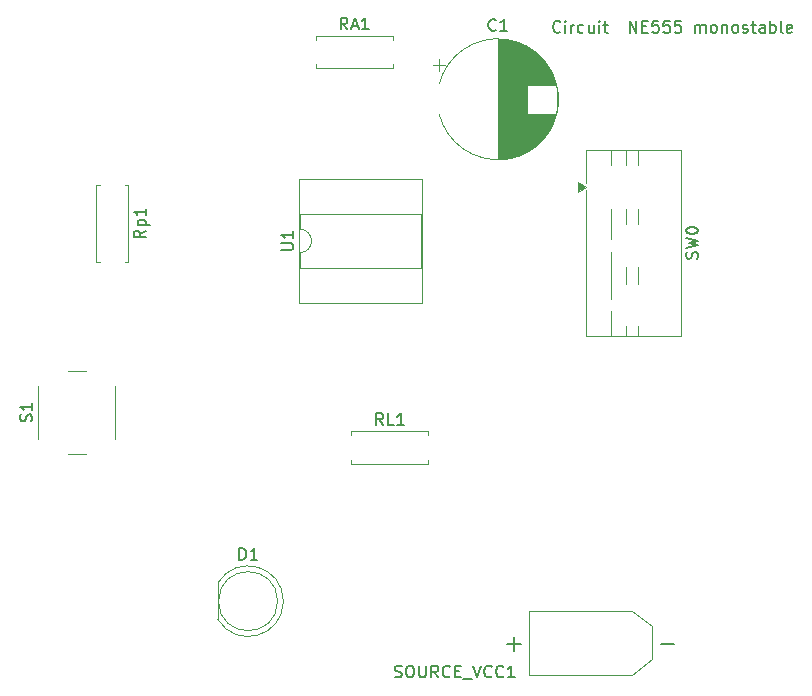
<source format=gbr>
%TF.GenerationSoftware,KiCad,Pcbnew,9.0.5*%
%TF.CreationDate,2025-10-25T15:36:59+02:00*%
%TF.ProjectId,Timmer-555-monostable,54696d6d-6572-42d3-9535-352d6d6f6e6f,rev?*%
%TF.SameCoordinates,Original*%
%TF.FileFunction,Legend,Top*%
%TF.FilePolarity,Positive*%
%FSLAX46Y46*%
G04 Gerber Fmt 4.6, Leading zero omitted, Abs format (unit mm)*
G04 Created by KiCad (PCBNEW 9.0.5) date 2025-10-25 15:36:59*
%MOMM*%
%LPD*%
G01*
G04 APERTURE LIST*
%ADD10C,0.200000*%
%ADD11C,0.150000*%
%ADD12C,0.120000*%
G04 APERTURE END LIST*
D10*
X140441101Y-25271980D02*
X140393482Y-25319600D01*
X140393482Y-25319600D02*
X140250625Y-25367219D01*
X140250625Y-25367219D02*
X140155387Y-25367219D01*
X140155387Y-25367219D02*
X140012530Y-25319600D01*
X140012530Y-25319600D02*
X139917292Y-25224361D01*
X139917292Y-25224361D02*
X139869673Y-25129123D01*
X139869673Y-25129123D02*
X139822054Y-24938647D01*
X139822054Y-24938647D02*
X139822054Y-24795790D01*
X139822054Y-24795790D02*
X139869673Y-24605314D01*
X139869673Y-24605314D02*
X139917292Y-24510076D01*
X139917292Y-24510076D02*
X140012530Y-24414838D01*
X140012530Y-24414838D02*
X140155387Y-24367219D01*
X140155387Y-24367219D02*
X140250625Y-24367219D01*
X140250625Y-24367219D02*
X140393482Y-24414838D01*
X140393482Y-24414838D02*
X140441101Y-24462457D01*
X140869673Y-25367219D02*
X140869673Y-24700552D01*
X140869673Y-24367219D02*
X140822054Y-24414838D01*
X140822054Y-24414838D02*
X140869673Y-24462457D01*
X140869673Y-24462457D02*
X140917292Y-24414838D01*
X140917292Y-24414838D02*
X140869673Y-24367219D01*
X140869673Y-24367219D02*
X140869673Y-24462457D01*
X141345863Y-25367219D02*
X141345863Y-24700552D01*
X141345863Y-24891028D02*
X141393482Y-24795790D01*
X141393482Y-24795790D02*
X141441101Y-24748171D01*
X141441101Y-24748171D02*
X141536339Y-24700552D01*
X141536339Y-24700552D02*
X141631577Y-24700552D01*
X142393482Y-25319600D02*
X142298244Y-25367219D01*
X142298244Y-25367219D02*
X142107768Y-25367219D01*
X142107768Y-25367219D02*
X142012530Y-25319600D01*
X142012530Y-25319600D02*
X141964911Y-25271980D01*
X141964911Y-25271980D02*
X141917292Y-25176742D01*
X141917292Y-25176742D02*
X141917292Y-24891028D01*
X141917292Y-24891028D02*
X141964911Y-24795790D01*
X141964911Y-24795790D02*
X142012530Y-24748171D01*
X142012530Y-24748171D02*
X142107768Y-24700552D01*
X142107768Y-24700552D02*
X142298244Y-24700552D01*
X142298244Y-24700552D02*
X142393482Y-24748171D01*
X143250625Y-24700552D02*
X143250625Y-25367219D01*
X142822054Y-24700552D02*
X142822054Y-25224361D01*
X142822054Y-25224361D02*
X142869673Y-25319600D01*
X142869673Y-25319600D02*
X142964911Y-25367219D01*
X142964911Y-25367219D02*
X143107768Y-25367219D01*
X143107768Y-25367219D02*
X143203006Y-25319600D01*
X143203006Y-25319600D02*
X143250625Y-25271980D01*
X143726816Y-25367219D02*
X143726816Y-24700552D01*
X143726816Y-24367219D02*
X143679197Y-24414838D01*
X143679197Y-24414838D02*
X143726816Y-24462457D01*
X143726816Y-24462457D02*
X143774435Y-24414838D01*
X143774435Y-24414838D02*
X143726816Y-24367219D01*
X143726816Y-24367219D02*
X143726816Y-24462457D01*
X144060149Y-24700552D02*
X144441101Y-24700552D01*
X144203006Y-24367219D02*
X144203006Y-25224361D01*
X144203006Y-25224361D02*
X144250625Y-25319600D01*
X144250625Y-25319600D02*
X144345863Y-25367219D01*
X144345863Y-25367219D02*
X144441101Y-25367219D01*
X146298245Y-25367219D02*
X146298245Y-24367219D01*
X146298245Y-24367219D02*
X146869673Y-25367219D01*
X146869673Y-25367219D02*
X146869673Y-24367219D01*
X147345864Y-24843409D02*
X147679197Y-24843409D01*
X147822054Y-25367219D02*
X147345864Y-25367219D01*
X147345864Y-25367219D02*
X147345864Y-24367219D01*
X147345864Y-24367219D02*
X147822054Y-24367219D01*
X148726816Y-24367219D02*
X148250626Y-24367219D01*
X148250626Y-24367219D02*
X148203007Y-24843409D01*
X148203007Y-24843409D02*
X148250626Y-24795790D01*
X148250626Y-24795790D02*
X148345864Y-24748171D01*
X148345864Y-24748171D02*
X148583959Y-24748171D01*
X148583959Y-24748171D02*
X148679197Y-24795790D01*
X148679197Y-24795790D02*
X148726816Y-24843409D01*
X148726816Y-24843409D02*
X148774435Y-24938647D01*
X148774435Y-24938647D02*
X148774435Y-25176742D01*
X148774435Y-25176742D02*
X148726816Y-25271980D01*
X148726816Y-25271980D02*
X148679197Y-25319600D01*
X148679197Y-25319600D02*
X148583959Y-25367219D01*
X148583959Y-25367219D02*
X148345864Y-25367219D01*
X148345864Y-25367219D02*
X148250626Y-25319600D01*
X148250626Y-25319600D02*
X148203007Y-25271980D01*
X149679197Y-24367219D02*
X149203007Y-24367219D01*
X149203007Y-24367219D02*
X149155388Y-24843409D01*
X149155388Y-24843409D02*
X149203007Y-24795790D01*
X149203007Y-24795790D02*
X149298245Y-24748171D01*
X149298245Y-24748171D02*
X149536340Y-24748171D01*
X149536340Y-24748171D02*
X149631578Y-24795790D01*
X149631578Y-24795790D02*
X149679197Y-24843409D01*
X149679197Y-24843409D02*
X149726816Y-24938647D01*
X149726816Y-24938647D02*
X149726816Y-25176742D01*
X149726816Y-25176742D02*
X149679197Y-25271980D01*
X149679197Y-25271980D02*
X149631578Y-25319600D01*
X149631578Y-25319600D02*
X149536340Y-25367219D01*
X149536340Y-25367219D02*
X149298245Y-25367219D01*
X149298245Y-25367219D02*
X149203007Y-25319600D01*
X149203007Y-25319600D02*
X149155388Y-25271980D01*
X150631578Y-24367219D02*
X150155388Y-24367219D01*
X150155388Y-24367219D02*
X150107769Y-24843409D01*
X150107769Y-24843409D02*
X150155388Y-24795790D01*
X150155388Y-24795790D02*
X150250626Y-24748171D01*
X150250626Y-24748171D02*
X150488721Y-24748171D01*
X150488721Y-24748171D02*
X150583959Y-24795790D01*
X150583959Y-24795790D02*
X150631578Y-24843409D01*
X150631578Y-24843409D02*
X150679197Y-24938647D01*
X150679197Y-24938647D02*
X150679197Y-25176742D01*
X150679197Y-25176742D02*
X150631578Y-25271980D01*
X150631578Y-25271980D02*
X150583959Y-25319600D01*
X150583959Y-25319600D02*
X150488721Y-25367219D01*
X150488721Y-25367219D02*
X150250626Y-25367219D01*
X150250626Y-25367219D02*
X150155388Y-25319600D01*
X150155388Y-25319600D02*
X150107769Y-25271980D01*
X151869674Y-25367219D02*
X151869674Y-24700552D01*
X151869674Y-24795790D02*
X151917293Y-24748171D01*
X151917293Y-24748171D02*
X152012531Y-24700552D01*
X152012531Y-24700552D02*
X152155388Y-24700552D01*
X152155388Y-24700552D02*
X152250626Y-24748171D01*
X152250626Y-24748171D02*
X152298245Y-24843409D01*
X152298245Y-24843409D02*
X152298245Y-25367219D01*
X152298245Y-24843409D02*
X152345864Y-24748171D01*
X152345864Y-24748171D02*
X152441102Y-24700552D01*
X152441102Y-24700552D02*
X152583959Y-24700552D01*
X152583959Y-24700552D02*
X152679198Y-24748171D01*
X152679198Y-24748171D02*
X152726817Y-24843409D01*
X152726817Y-24843409D02*
X152726817Y-25367219D01*
X153345864Y-25367219D02*
X153250626Y-25319600D01*
X153250626Y-25319600D02*
X153203007Y-25271980D01*
X153203007Y-25271980D02*
X153155388Y-25176742D01*
X153155388Y-25176742D02*
X153155388Y-24891028D01*
X153155388Y-24891028D02*
X153203007Y-24795790D01*
X153203007Y-24795790D02*
X153250626Y-24748171D01*
X153250626Y-24748171D02*
X153345864Y-24700552D01*
X153345864Y-24700552D02*
X153488721Y-24700552D01*
X153488721Y-24700552D02*
X153583959Y-24748171D01*
X153583959Y-24748171D02*
X153631578Y-24795790D01*
X153631578Y-24795790D02*
X153679197Y-24891028D01*
X153679197Y-24891028D02*
X153679197Y-25176742D01*
X153679197Y-25176742D02*
X153631578Y-25271980D01*
X153631578Y-25271980D02*
X153583959Y-25319600D01*
X153583959Y-25319600D02*
X153488721Y-25367219D01*
X153488721Y-25367219D02*
X153345864Y-25367219D01*
X154107769Y-24700552D02*
X154107769Y-25367219D01*
X154107769Y-24795790D02*
X154155388Y-24748171D01*
X154155388Y-24748171D02*
X154250626Y-24700552D01*
X154250626Y-24700552D02*
X154393483Y-24700552D01*
X154393483Y-24700552D02*
X154488721Y-24748171D01*
X154488721Y-24748171D02*
X154536340Y-24843409D01*
X154536340Y-24843409D02*
X154536340Y-25367219D01*
X155155388Y-25367219D02*
X155060150Y-25319600D01*
X155060150Y-25319600D02*
X155012531Y-25271980D01*
X155012531Y-25271980D02*
X154964912Y-25176742D01*
X154964912Y-25176742D02*
X154964912Y-24891028D01*
X154964912Y-24891028D02*
X155012531Y-24795790D01*
X155012531Y-24795790D02*
X155060150Y-24748171D01*
X155060150Y-24748171D02*
X155155388Y-24700552D01*
X155155388Y-24700552D02*
X155298245Y-24700552D01*
X155298245Y-24700552D02*
X155393483Y-24748171D01*
X155393483Y-24748171D02*
X155441102Y-24795790D01*
X155441102Y-24795790D02*
X155488721Y-24891028D01*
X155488721Y-24891028D02*
X155488721Y-25176742D01*
X155488721Y-25176742D02*
X155441102Y-25271980D01*
X155441102Y-25271980D02*
X155393483Y-25319600D01*
X155393483Y-25319600D02*
X155298245Y-25367219D01*
X155298245Y-25367219D02*
X155155388Y-25367219D01*
X155869674Y-25319600D02*
X155964912Y-25367219D01*
X155964912Y-25367219D02*
X156155388Y-25367219D01*
X156155388Y-25367219D02*
X156250626Y-25319600D01*
X156250626Y-25319600D02*
X156298245Y-25224361D01*
X156298245Y-25224361D02*
X156298245Y-25176742D01*
X156298245Y-25176742D02*
X156250626Y-25081504D01*
X156250626Y-25081504D02*
X156155388Y-25033885D01*
X156155388Y-25033885D02*
X156012531Y-25033885D01*
X156012531Y-25033885D02*
X155917293Y-24986266D01*
X155917293Y-24986266D02*
X155869674Y-24891028D01*
X155869674Y-24891028D02*
X155869674Y-24843409D01*
X155869674Y-24843409D02*
X155917293Y-24748171D01*
X155917293Y-24748171D02*
X156012531Y-24700552D01*
X156012531Y-24700552D02*
X156155388Y-24700552D01*
X156155388Y-24700552D02*
X156250626Y-24748171D01*
X156583960Y-24700552D02*
X156964912Y-24700552D01*
X156726817Y-24367219D02*
X156726817Y-25224361D01*
X156726817Y-25224361D02*
X156774436Y-25319600D01*
X156774436Y-25319600D02*
X156869674Y-25367219D01*
X156869674Y-25367219D02*
X156964912Y-25367219D01*
X157726817Y-25367219D02*
X157726817Y-24843409D01*
X157726817Y-24843409D02*
X157679198Y-24748171D01*
X157679198Y-24748171D02*
X157583960Y-24700552D01*
X157583960Y-24700552D02*
X157393484Y-24700552D01*
X157393484Y-24700552D02*
X157298246Y-24748171D01*
X157726817Y-25319600D02*
X157631579Y-25367219D01*
X157631579Y-25367219D02*
X157393484Y-25367219D01*
X157393484Y-25367219D02*
X157298246Y-25319600D01*
X157298246Y-25319600D02*
X157250627Y-25224361D01*
X157250627Y-25224361D02*
X157250627Y-25129123D01*
X157250627Y-25129123D02*
X157298246Y-25033885D01*
X157298246Y-25033885D02*
X157393484Y-24986266D01*
X157393484Y-24986266D02*
X157631579Y-24986266D01*
X157631579Y-24986266D02*
X157726817Y-24938647D01*
X158203008Y-25367219D02*
X158203008Y-24367219D01*
X158203008Y-24748171D02*
X158298246Y-24700552D01*
X158298246Y-24700552D02*
X158488722Y-24700552D01*
X158488722Y-24700552D02*
X158583960Y-24748171D01*
X158583960Y-24748171D02*
X158631579Y-24795790D01*
X158631579Y-24795790D02*
X158679198Y-24891028D01*
X158679198Y-24891028D02*
X158679198Y-25176742D01*
X158679198Y-25176742D02*
X158631579Y-25271980D01*
X158631579Y-25271980D02*
X158583960Y-25319600D01*
X158583960Y-25319600D02*
X158488722Y-25367219D01*
X158488722Y-25367219D02*
X158298246Y-25367219D01*
X158298246Y-25367219D02*
X158203008Y-25319600D01*
X159250627Y-25367219D02*
X159155389Y-25319600D01*
X159155389Y-25319600D02*
X159107770Y-25224361D01*
X159107770Y-25224361D02*
X159107770Y-24367219D01*
X160012532Y-25319600D02*
X159917294Y-25367219D01*
X159917294Y-25367219D02*
X159726818Y-25367219D01*
X159726818Y-25367219D02*
X159631580Y-25319600D01*
X159631580Y-25319600D02*
X159583961Y-25224361D01*
X159583961Y-25224361D02*
X159583961Y-24843409D01*
X159583961Y-24843409D02*
X159631580Y-24748171D01*
X159631580Y-24748171D02*
X159726818Y-24700552D01*
X159726818Y-24700552D02*
X159917294Y-24700552D01*
X159917294Y-24700552D02*
X160012532Y-24748171D01*
X160012532Y-24748171D02*
X160060151Y-24843409D01*
X160060151Y-24843409D02*
X160060151Y-24938647D01*
X160060151Y-24938647D02*
X159583961Y-25033885D01*
D11*
X105324819Y-42119047D02*
X104848628Y-42452380D01*
X105324819Y-42690475D02*
X104324819Y-42690475D01*
X104324819Y-42690475D02*
X104324819Y-42309523D01*
X104324819Y-42309523D02*
X104372438Y-42214285D01*
X104372438Y-42214285D02*
X104420057Y-42166666D01*
X104420057Y-42166666D02*
X104515295Y-42119047D01*
X104515295Y-42119047D02*
X104658152Y-42119047D01*
X104658152Y-42119047D02*
X104753390Y-42166666D01*
X104753390Y-42166666D02*
X104801009Y-42214285D01*
X104801009Y-42214285D02*
X104848628Y-42309523D01*
X104848628Y-42309523D02*
X104848628Y-42690475D01*
X104658152Y-41690475D02*
X105658152Y-41690475D01*
X104705771Y-41690475D02*
X104658152Y-41595237D01*
X104658152Y-41595237D02*
X104658152Y-41404761D01*
X104658152Y-41404761D02*
X104705771Y-41309523D01*
X104705771Y-41309523D02*
X104753390Y-41261904D01*
X104753390Y-41261904D02*
X104848628Y-41214285D01*
X104848628Y-41214285D02*
X105134342Y-41214285D01*
X105134342Y-41214285D02*
X105229580Y-41261904D01*
X105229580Y-41261904D02*
X105277200Y-41309523D01*
X105277200Y-41309523D02*
X105324819Y-41404761D01*
X105324819Y-41404761D02*
X105324819Y-41595237D01*
X105324819Y-41595237D02*
X105277200Y-41690475D01*
X105324819Y-40261904D02*
X105324819Y-40833332D01*
X105324819Y-40547618D02*
X104324819Y-40547618D01*
X104324819Y-40547618D02*
X104467676Y-40642856D01*
X104467676Y-40642856D02*
X104562914Y-40738094D01*
X104562914Y-40738094D02*
X104610533Y-40833332D01*
X125428571Y-58584819D02*
X125095238Y-58108628D01*
X124857143Y-58584819D02*
X124857143Y-57584819D01*
X124857143Y-57584819D02*
X125238095Y-57584819D01*
X125238095Y-57584819D02*
X125333333Y-57632438D01*
X125333333Y-57632438D02*
X125380952Y-57680057D01*
X125380952Y-57680057D02*
X125428571Y-57775295D01*
X125428571Y-57775295D02*
X125428571Y-57918152D01*
X125428571Y-57918152D02*
X125380952Y-58013390D01*
X125380952Y-58013390D02*
X125333333Y-58061009D01*
X125333333Y-58061009D02*
X125238095Y-58108628D01*
X125238095Y-58108628D02*
X124857143Y-58108628D01*
X126333333Y-58584819D02*
X125857143Y-58584819D01*
X125857143Y-58584819D02*
X125857143Y-57584819D01*
X127190476Y-58584819D02*
X126619048Y-58584819D01*
X126904762Y-58584819D02*
X126904762Y-57584819D01*
X126904762Y-57584819D02*
X126809524Y-57727676D01*
X126809524Y-57727676D02*
X126714286Y-57822914D01*
X126714286Y-57822914D02*
X126619048Y-57870533D01*
X122404761Y-25084819D02*
X122071428Y-24608628D01*
X121833333Y-25084819D02*
X121833333Y-24084819D01*
X121833333Y-24084819D02*
X122214285Y-24084819D01*
X122214285Y-24084819D02*
X122309523Y-24132438D01*
X122309523Y-24132438D02*
X122357142Y-24180057D01*
X122357142Y-24180057D02*
X122404761Y-24275295D01*
X122404761Y-24275295D02*
X122404761Y-24418152D01*
X122404761Y-24418152D02*
X122357142Y-24513390D01*
X122357142Y-24513390D02*
X122309523Y-24561009D01*
X122309523Y-24561009D02*
X122214285Y-24608628D01*
X122214285Y-24608628D02*
X121833333Y-24608628D01*
X122785714Y-24799104D02*
X123261904Y-24799104D01*
X122690476Y-25084819D02*
X123023809Y-24084819D01*
X123023809Y-24084819D02*
X123357142Y-25084819D01*
X124214285Y-25084819D02*
X123642857Y-25084819D01*
X123928571Y-25084819D02*
X123928571Y-24084819D01*
X123928571Y-24084819D02*
X123833333Y-24227676D01*
X123833333Y-24227676D02*
X123738095Y-24322914D01*
X123738095Y-24322914D02*
X123642857Y-24370533D01*
X126428571Y-79907200D02*
X126571428Y-79954819D01*
X126571428Y-79954819D02*
X126809523Y-79954819D01*
X126809523Y-79954819D02*
X126904761Y-79907200D01*
X126904761Y-79907200D02*
X126952380Y-79859580D01*
X126952380Y-79859580D02*
X126999999Y-79764342D01*
X126999999Y-79764342D02*
X126999999Y-79669104D01*
X126999999Y-79669104D02*
X126952380Y-79573866D01*
X126952380Y-79573866D02*
X126904761Y-79526247D01*
X126904761Y-79526247D02*
X126809523Y-79478628D01*
X126809523Y-79478628D02*
X126619047Y-79431009D01*
X126619047Y-79431009D02*
X126523809Y-79383390D01*
X126523809Y-79383390D02*
X126476190Y-79335771D01*
X126476190Y-79335771D02*
X126428571Y-79240533D01*
X126428571Y-79240533D02*
X126428571Y-79145295D01*
X126428571Y-79145295D02*
X126476190Y-79050057D01*
X126476190Y-79050057D02*
X126523809Y-79002438D01*
X126523809Y-79002438D02*
X126619047Y-78954819D01*
X126619047Y-78954819D02*
X126857142Y-78954819D01*
X126857142Y-78954819D02*
X126999999Y-79002438D01*
X127619047Y-78954819D02*
X127809523Y-78954819D01*
X127809523Y-78954819D02*
X127904761Y-79002438D01*
X127904761Y-79002438D02*
X127999999Y-79097676D01*
X127999999Y-79097676D02*
X128047618Y-79288152D01*
X128047618Y-79288152D02*
X128047618Y-79621485D01*
X128047618Y-79621485D02*
X127999999Y-79811961D01*
X127999999Y-79811961D02*
X127904761Y-79907200D01*
X127904761Y-79907200D02*
X127809523Y-79954819D01*
X127809523Y-79954819D02*
X127619047Y-79954819D01*
X127619047Y-79954819D02*
X127523809Y-79907200D01*
X127523809Y-79907200D02*
X127428571Y-79811961D01*
X127428571Y-79811961D02*
X127380952Y-79621485D01*
X127380952Y-79621485D02*
X127380952Y-79288152D01*
X127380952Y-79288152D02*
X127428571Y-79097676D01*
X127428571Y-79097676D02*
X127523809Y-79002438D01*
X127523809Y-79002438D02*
X127619047Y-78954819D01*
X128476190Y-78954819D02*
X128476190Y-79764342D01*
X128476190Y-79764342D02*
X128523809Y-79859580D01*
X128523809Y-79859580D02*
X128571428Y-79907200D01*
X128571428Y-79907200D02*
X128666666Y-79954819D01*
X128666666Y-79954819D02*
X128857142Y-79954819D01*
X128857142Y-79954819D02*
X128952380Y-79907200D01*
X128952380Y-79907200D02*
X128999999Y-79859580D01*
X128999999Y-79859580D02*
X129047618Y-79764342D01*
X129047618Y-79764342D02*
X129047618Y-78954819D01*
X130095237Y-79954819D02*
X129761904Y-79478628D01*
X129523809Y-79954819D02*
X129523809Y-78954819D01*
X129523809Y-78954819D02*
X129904761Y-78954819D01*
X129904761Y-78954819D02*
X129999999Y-79002438D01*
X129999999Y-79002438D02*
X130047618Y-79050057D01*
X130047618Y-79050057D02*
X130095237Y-79145295D01*
X130095237Y-79145295D02*
X130095237Y-79288152D01*
X130095237Y-79288152D02*
X130047618Y-79383390D01*
X130047618Y-79383390D02*
X129999999Y-79431009D01*
X129999999Y-79431009D02*
X129904761Y-79478628D01*
X129904761Y-79478628D02*
X129523809Y-79478628D01*
X131095237Y-79859580D02*
X131047618Y-79907200D01*
X131047618Y-79907200D02*
X130904761Y-79954819D01*
X130904761Y-79954819D02*
X130809523Y-79954819D01*
X130809523Y-79954819D02*
X130666666Y-79907200D01*
X130666666Y-79907200D02*
X130571428Y-79811961D01*
X130571428Y-79811961D02*
X130523809Y-79716723D01*
X130523809Y-79716723D02*
X130476190Y-79526247D01*
X130476190Y-79526247D02*
X130476190Y-79383390D01*
X130476190Y-79383390D02*
X130523809Y-79192914D01*
X130523809Y-79192914D02*
X130571428Y-79097676D01*
X130571428Y-79097676D02*
X130666666Y-79002438D01*
X130666666Y-79002438D02*
X130809523Y-78954819D01*
X130809523Y-78954819D02*
X130904761Y-78954819D01*
X130904761Y-78954819D02*
X131047618Y-79002438D01*
X131047618Y-79002438D02*
X131095237Y-79050057D01*
X131523809Y-79431009D02*
X131857142Y-79431009D01*
X131999999Y-79954819D02*
X131523809Y-79954819D01*
X131523809Y-79954819D02*
X131523809Y-78954819D01*
X131523809Y-78954819D02*
X131999999Y-78954819D01*
X132190476Y-80050057D02*
X132952380Y-80050057D01*
X133047619Y-78954819D02*
X133380952Y-79954819D01*
X133380952Y-79954819D02*
X133714285Y-78954819D01*
X134619047Y-79859580D02*
X134571428Y-79907200D01*
X134571428Y-79907200D02*
X134428571Y-79954819D01*
X134428571Y-79954819D02*
X134333333Y-79954819D01*
X134333333Y-79954819D02*
X134190476Y-79907200D01*
X134190476Y-79907200D02*
X134095238Y-79811961D01*
X134095238Y-79811961D02*
X134047619Y-79716723D01*
X134047619Y-79716723D02*
X134000000Y-79526247D01*
X134000000Y-79526247D02*
X134000000Y-79383390D01*
X134000000Y-79383390D02*
X134047619Y-79192914D01*
X134047619Y-79192914D02*
X134095238Y-79097676D01*
X134095238Y-79097676D02*
X134190476Y-79002438D01*
X134190476Y-79002438D02*
X134333333Y-78954819D01*
X134333333Y-78954819D02*
X134428571Y-78954819D01*
X134428571Y-78954819D02*
X134571428Y-79002438D01*
X134571428Y-79002438D02*
X134619047Y-79050057D01*
X135619047Y-79859580D02*
X135571428Y-79907200D01*
X135571428Y-79907200D02*
X135428571Y-79954819D01*
X135428571Y-79954819D02*
X135333333Y-79954819D01*
X135333333Y-79954819D02*
X135190476Y-79907200D01*
X135190476Y-79907200D02*
X135095238Y-79811961D01*
X135095238Y-79811961D02*
X135047619Y-79716723D01*
X135047619Y-79716723D02*
X135000000Y-79526247D01*
X135000000Y-79526247D02*
X135000000Y-79383390D01*
X135000000Y-79383390D02*
X135047619Y-79192914D01*
X135047619Y-79192914D02*
X135095238Y-79097676D01*
X135095238Y-79097676D02*
X135190476Y-79002438D01*
X135190476Y-79002438D02*
X135333333Y-78954819D01*
X135333333Y-78954819D02*
X135428571Y-78954819D01*
X135428571Y-78954819D02*
X135571428Y-79002438D01*
X135571428Y-79002438D02*
X135619047Y-79050057D01*
X136571428Y-79954819D02*
X136000000Y-79954819D01*
X136285714Y-79954819D02*
X136285714Y-78954819D01*
X136285714Y-78954819D02*
X136190476Y-79097676D01*
X136190476Y-79097676D02*
X136095238Y-79192914D01*
X136095238Y-79192914D02*
X136000000Y-79240533D01*
X148928571Y-77114700D02*
X150071429Y-77114700D01*
X135928571Y-77114700D02*
X137071429Y-77114700D01*
X136500000Y-77686128D02*
X136500000Y-76543271D01*
X134965656Y-25109580D02*
X134918037Y-25157200D01*
X134918037Y-25157200D02*
X134775180Y-25204819D01*
X134775180Y-25204819D02*
X134679942Y-25204819D01*
X134679942Y-25204819D02*
X134537085Y-25157200D01*
X134537085Y-25157200D02*
X134441847Y-25061961D01*
X134441847Y-25061961D02*
X134394228Y-24966723D01*
X134394228Y-24966723D02*
X134346609Y-24776247D01*
X134346609Y-24776247D02*
X134346609Y-24633390D01*
X134346609Y-24633390D02*
X134394228Y-24442914D01*
X134394228Y-24442914D02*
X134441847Y-24347676D01*
X134441847Y-24347676D02*
X134537085Y-24252438D01*
X134537085Y-24252438D02*
X134679942Y-24204819D01*
X134679942Y-24204819D02*
X134775180Y-24204819D01*
X134775180Y-24204819D02*
X134918037Y-24252438D01*
X134918037Y-24252438D02*
X134965656Y-24300057D01*
X135918037Y-25204819D02*
X135346609Y-25204819D01*
X135632323Y-25204819D02*
X135632323Y-24204819D01*
X135632323Y-24204819D02*
X135537085Y-24347676D01*
X135537085Y-24347676D02*
X135441847Y-24442914D01*
X135441847Y-24442914D02*
X135346609Y-24490533D01*
X152027200Y-44503332D02*
X152074819Y-44360475D01*
X152074819Y-44360475D02*
X152074819Y-44122380D01*
X152074819Y-44122380D02*
X152027200Y-44027142D01*
X152027200Y-44027142D02*
X151979580Y-43979523D01*
X151979580Y-43979523D02*
X151884342Y-43931904D01*
X151884342Y-43931904D02*
X151789104Y-43931904D01*
X151789104Y-43931904D02*
X151693866Y-43979523D01*
X151693866Y-43979523D02*
X151646247Y-44027142D01*
X151646247Y-44027142D02*
X151598628Y-44122380D01*
X151598628Y-44122380D02*
X151551009Y-44312856D01*
X151551009Y-44312856D02*
X151503390Y-44408094D01*
X151503390Y-44408094D02*
X151455771Y-44455713D01*
X151455771Y-44455713D02*
X151360533Y-44503332D01*
X151360533Y-44503332D02*
X151265295Y-44503332D01*
X151265295Y-44503332D02*
X151170057Y-44455713D01*
X151170057Y-44455713D02*
X151122438Y-44408094D01*
X151122438Y-44408094D02*
X151074819Y-44312856D01*
X151074819Y-44312856D02*
X151074819Y-44074761D01*
X151074819Y-44074761D02*
X151122438Y-43931904D01*
X151074819Y-43598570D02*
X152074819Y-43360475D01*
X152074819Y-43360475D02*
X151360533Y-43169999D01*
X151360533Y-43169999D02*
X152074819Y-42979523D01*
X152074819Y-42979523D02*
X151074819Y-42741428D01*
X151074819Y-42169999D02*
X151074819Y-42074761D01*
X151074819Y-42074761D02*
X151122438Y-41979523D01*
X151122438Y-41979523D02*
X151170057Y-41931904D01*
X151170057Y-41931904D02*
X151265295Y-41884285D01*
X151265295Y-41884285D02*
X151455771Y-41836666D01*
X151455771Y-41836666D02*
X151693866Y-41836666D01*
X151693866Y-41836666D02*
X151884342Y-41884285D01*
X151884342Y-41884285D02*
X151979580Y-41931904D01*
X151979580Y-41931904D02*
X152027200Y-41979523D01*
X152027200Y-41979523D02*
X152074819Y-42074761D01*
X152074819Y-42074761D02*
X152074819Y-42169999D01*
X152074819Y-42169999D02*
X152027200Y-42265237D01*
X152027200Y-42265237D02*
X151979580Y-42312856D01*
X151979580Y-42312856D02*
X151884342Y-42360475D01*
X151884342Y-42360475D02*
X151693866Y-42408094D01*
X151693866Y-42408094D02*
X151455771Y-42408094D01*
X151455771Y-42408094D02*
X151265295Y-42360475D01*
X151265295Y-42360475D02*
X151170057Y-42312856D01*
X151170057Y-42312856D02*
X151122438Y-42265237D01*
X151122438Y-42265237D02*
X151074819Y-42169999D01*
X113256905Y-69994819D02*
X113256905Y-68994819D01*
X113256905Y-68994819D02*
X113495000Y-68994819D01*
X113495000Y-68994819D02*
X113637857Y-69042438D01*
X113637857Y-69042438D02*
X113733095Y-69137676D01*
X113733095Y-69137676D02*
X113780714Y-69232914D01*
X113780714Y-69232914D02*
X113828333Y-69423390D01*
X113828333Y-69423390D02*
X113828333Y-69566247D01*
X113828333Y-69566247D02*
X113780714Y-69756723D01*
X113780714Y-69756723D02*
X113733095Y-69851961D01*
X113733095Y-69851961D02*
X113637857Y-69947200D01*
X113637857Y-69947200D02*
X113495000Y-69994819D01*
X113495000Y-69994819D02*
X113256905Y-69994819D01*
X114780714Y-69994819D02*
X114209286Y-69994819D01*
X114495000Y-69994819D02*
X114495000Y-68994819D01*
X114495000Y-68994819D02*
X114399762Y-69137676D01*
X114399762Y-69137676D02*
X114304524Y-69232914D01*
X114304524Y-69232914D02*
X114209286Y-69280533D01*
X95657200Y-58261904D02*
X95704819Y-58119047D01*
X95704819Y-58119047D02*
X95704819Y-57880952D01*
X95704819Y-57880952D02*
X95657200Y-57785714D01*
X95657200Y-57785714D02*
X95609580Y-57738095D01*
X95609580Y-57738095D02*
X95514342Y-57690476D01*
X95514342Y-57690476D02*
X95419104Y-57690476D01*
X95419104Y-57690476D02*
X95323866Y-57738095D01*
X95323866Y-57738095D02*
X95276247Y-57785714D01*
X95276247Y-57785714D02*
X95228628Y-57880952D01*
X95228628Y-57880952D02*
X95181009Y-58071428D01*
X95181009Y-58071428D02*
X95133390Y-58166666D01*
X95133390Y-58166666D02*
X95085771Y-58214285D01*
X95085771Y-58214285D02*
X94990533Y-58261904D01*
X94990533Y-58261904D02*
X94895295Y-58261904D01*
X94895295Y-58261904D02*
X94800057Y-58214285D01*
X94800057Y-58214285D02*
X94752438Y-58166666D01*
X94752438Y-58166666D02*
X94704819Y-58071428D01*
X94704819Y-58071428D02*
X94704819Y-57833333D01*
X94704819Y-57833333D02*
X94752438Y-57690476D01*
X95704819Y-56738095D02*
X95704819Y-57309523D01*
X95704819Y-57023809D02*
X94704819Y-57023809D01*
X94704819Y-57023809D02*
X94847676Y-57119047D01*
X94847676Y-57119047D02*
X94942914Y-57214285D01*
X94942914Y-57214285D02*
X94990533Y-57309523D01*
X116814819Y-43761904D02*
X117624342Y-43761904D01*
X117624342Y-43761904D02*
X117719580Y-43714285D01*
X117719580Y-43714285D02*
X117767200Y-43666666D01*
X117767200Y-43666666D02*
X117814819Y-43571428D01*
X117814819Y-43571428D02*
X117814819Y-43380952D01*
X117814819Y-43380952D02*
X117767200Y-43285714D01*
X117767200Y-43285714D02*
X117719580Y-43238095D01*
X117719580Y-43238095D02*
X117624342Y-43190476D01*
X117624342Y-43190476D02*
X116814819Y-43190476D01*
X117814819Y-42190476D02*
X117814819Y-42761904D01*
X117814819Y-42476190D02*
X116814819Y-42476190D01*
X116814819Y-42476190D02*
X116957676Y-42571428D01*
X116957676Y-42571428D02*
X117052914Y-42666666D01*
X117052914Y-42666666D02*
X117100533Y-42761904D01*
D12*
%TO.C,Rp1*%
X101130000Y-38230000D02*
X101130000Y-44770000D01*
X101130000Y-44770000D02*
X101460000Y-44770000D01*
X101460000Y-38230000D02*
X101130000Y-38230000D01*
X103540000Y-38230000D02*
X103870000Y-38230000D01*
X103870000Y-38230000D02*
X103870000Y-44770000D01*
X103870000Y-44770000D02*
X103540000Y-44770000D01*
%TO.C,RL1*%
X122730000Y-59130000D02*
X129270000Y-59130000D01*
X122730000Y-59460000D02*
X122730000Y-59130000D01*
X122730000Y-61540000D02*
X122730000Y-61870000D01*
X122730000Y-61870000D02*
X129270000Y-61870000D01*
X129270000Y-59130000D02*
X129270000Y-59460000D01*
X129270000Y-61870000D02*
X129270000Y-61540000D01*
%TO.C,RA1*%
X119730000Y-25630000D02*
X126270000Y-25630000D01*
X119730000Y-25960000D02*
X119730000Y-25630000D01*
X119730000Y-28040000D02*
X119730000Y-28370000D01*
X119730000Y-28370000D02*
X126270000Y-28370000D01*
X126270000Y-25630000D02*
X126270000Y-25960000D01*
X126270000Y-28370000D02*
X126270000Y-28040000D01*
%TO.C,SOURCE_VCC1*%
X137790000Y-79710000D02*
X137790000Y-74290000D01*
X146510000Y-74290000D02*
X137790000Y-74290000D01*
X146510000Y-79710000D02*
X137790000Y-79710000D01*
X148210000Y-75590000D02*
X146510000Y-74290000D01*
X148210000Y-78410000D02*
X146510000Y-79710000D01*
X148210000Y-78410000D02*
X148210000Y-75590000D01*
%TO.C,C1*%
X129652677Y-28125000D02*
X130652677Y-28125000D01*
X130152677Y-27625000D02*
X130152677Y-28625000D01*
X135132323Y-25920000D02*
X135132323Y-36080000D01*
X135172323Y-25920000D02*
X135172323Y-36080000D01*
X135212323Y-25921000D02*
X135212323Y-36079000D01*
X135252323Y-25921000D02*
X135252323Y-36079000D01*
X135292323Y-25923000D02*
X135292323Y-36077000D01*
X135332323Y-25924000D02*
X135332323Y-36076000D01*
X135372323Y-25926000D02*
X135372323Y-36074000D01*
X135412323Y-25928000D02*
X135412323Y-36072000D01*
X135452323Y-25930000D02*
X135452323Y-36070000D01*
X135492323Y-25933000D02*
X135492323Y-36067000D01*
X135532323Y-25936000D02*
X135532323Y-36064000D01*
X135572323Y-25939000D02*
X135572323Y-36061000D01*
X135612323Y-25943000D02*
X135612323Y-36057000D01*
X135652323Y-25946000D02*
X135652323Y-36054000D01*
X135692323Y-25951000D02*
X135692323Y-36049000D01*
X135732323Y-25955000D02*
X135732323Y-36045000D01*
X135772323Y-25960000D02*
X135772323Y-36040000D01*
X135812323Y-25965000D02*
X135812323Y-36035000D01*
X135852323Y-25971000D02*
X135852323Y-36029000D01*
X135892323Y-25977000D02*
X135892323Y-36023000D01*
X135932323Y-25983000D02*
X135932323Y-36017000D01*
X135972323Y-25989000D02*
X135972323Y-36011000D01*
X136012323Y-25996000D02*
X136012323Y-36004000D01*
X136052323Y-26003000D02*
X136052323Y-35997000D01*
X136092323Y-26011000D02*
X136092323Y-35989000D01*
X136132323Y-26019000D02*
X136132323Y-35981000D01*
X136172323Y-26027000D02*
X136172323Y-35973000D01*
X136212323Y-26035000D02*
X136212323Y-35965000D01*
X136252323Y-26044000D02*
X136252323Y-35956000D01*
X136292323Y-26053000D02*
X136292323Y-35947000D01*
X136332323Y-26063000D02*
X136332323Y-35937000D01*
X136372323Y-26072000D02*
X136372323Y-35928000D01*
X136412323Y-26083000D02*
X136412323Y-35917000D01*
X136452323Y-26093000D02*
X136452323Y-35907000D01*
X136492323Y-26104000D02*
X136492323Y-35896000D01*
X136532323Y-26115000D02*
X136532323Y-35885000D01*
X136572323Y-26127000D02*
X136572323Y-35873000D01*
X136612323Y-26139000D02*
X136612323Y-35861000D01*
X136652323Y-26151000D02*
X136652323Y-35849000D01*
X136692323Y-26163000D02*
X136692323Y-35837000D01*
X136732323Y-26176000D02*
X136732323Y-35824000D01*
X136772323Y-26190000D02*
X136772323Y-35810000D01*
X136812323Y-26203000D02*
X136812323Y-35797000D01*
X136852323Y-26218000D02*
X136852323Y-35782000D01*
X136892323Y-26232000D02*
X136892323Y-35768000D01*
X136932323Y-26247000D02*
X136932323Y-35753000D01*
X136972323Y-26262000D02*
X136972323Y-35738000D01*
X137012323Y-26278000D02*
X137012323Y-35722000D01*
X137052323Y-26294000D02*
X137052323Y-35706000D01*
X137092323Y-26310000D02*
X137092323Y-35690000D01*
X137132323Y-26327000D02*
X137132323Y-35673000D01*
X137172323Y-26344000D02*
X137172323Y-35656000D01*
X137212323Y-26362000D02*
X137212323Y-35638000D01*
X137252323Y-26380000D02*
X137252323Y-35620000D01*
X137292323Y-26398000D02*
X137292323Y-35602000D01*
X137332323Y-26417000D02*
X137332323Y-35583000D01*
X137372323Y-26436000D02*
X137372323Y-35564000D01*
X137412323Y-26456000D02*
X137412323Y-35544000D01*
X137452323Y-26476000D02*
X137452323Y-35524000D01*
X137492323Y-26496000D02*
X137492323Y-35504000D01*
X137532323Y-26517000D02*
X137532323Y-35483000D01*
X137572323Y-26539000D02*
X137572323Y-35461000D01*
X137612323Y-26561000D02*
X137612323Y-35439000D01*
X137652323Y-26583000D02*
X137652323Y-29760000D01*
X137652323Y-32240000D02*
X137652323Y-35417000D01*
X137692323Y-26606000D02*
X137692323Y-29760000D01*
X137692323Y-32240000D02*
X137692323Y-35394000D01*
X137732323Y-26629000D02*
X137732323Y-29760000D01*
X137732323Y-32240000D02*
X137732323Y-35371000D01*
X137772323Y-26653000D02*
X137772323Y-29760000D01*
X137772323Y-32240000D02*
X137772323Y-35347000D01*
X137812323Y-26677000D02*
X137812323Y-29760000D01*
X137812323Y-32240000D02*
X137812323Y-35323000D01*
X137852323Y-26702000D02*
X137852323Y-29760000D01*
X137852323Y-32240000D02*
X137852323Y-35298000D01*
X137892323Y-26728000D02*
X137892323Y-29760000D01*
X137892323Y-32240000D02*
X137892323Y-35272000D01*
X137932323Y-26753000D02*
X137932323Y-29760000D01*
X137932323Y-32240000D02*
X137932323Y-35247000D01*
X137972323Y-26780000D02*
X137972323Y-29760000D01*
X137972323Y-32240000D02*
X137972323Y-35220000D01*
X138012323Y-26807000D02*
X138012323Y-29760000D01*
X138012323Y-32240000D02*
X138012323Y-35193000D01*
X138052323Y-26834000D02*
X138052323Y-29760000D01*
X138052323Y-32240000D02*
X138052323Y-35166000D01*
X138092323Y-26862000D02*
X138092323Y-29760000D01*
X138092323Y-32240000D02*
X138092323Y-35138000D01*
X138132323Y-26891000D02*
X138132323Y-29760000D01*
X138132323Y-32240000D02*
X138132323Y-35109000D01*
X138172323Y-26920000D02*
X138172323Y-29760000D01*
X138172323Y-32240000D02*
X138172323Y-35080000D01*
X138212323Y-26950000D02*
X138212323Y-29760000D01*
X138212323Y-32240000D02*
X138212323Y-35050000D01*
X138252323Y-26980000D02*
X138252323Y-29760000D01*
X138252323Y-32240000D02*
X138252323Y-35020000D01*
X138292323Y-27012000D02*
X138292323Y-29760000D01*
X138292323Y-32240000D02*
X138292323Y-34988000D01*
X138332323Y-27043000D02*
X138332323Y-29760000D01*
X138332323Y-32240000D02*
X138332323Y-34957000D01*
X138372323Y-27076000D02*
X138372323Y-29760000D01*
X138372323Y-32240000D02*
X138372323Y-34924000D01*
X138412323Y-27109000D02*
X138412323Y-29760000D01*
X138412323Y-32240000D02*
X138412323Y-34891000D01*
X138452323Y-27142000D02*
X138452323Y-29760000D01*
X138452323Y-32240000D02*
X138452323Y-34858000D01*
X138492323Y-27177000D02*
X138492323Y-29760000D01*
X138492323Y-32240000D02*
X138492323Y-34823000D01*
X138532323Y-27212000D02*
X138532323Y-29760000D01*
X138532323Y-32240000D02*
X138532323Y-34788000D01*
X138572323Y-27248000D02*
X138572323Y-29760000D01*
X138572323Y-32240000D02*
X138572323Y-34752000D01*
X138612323Y-27284000D02*
X138612323Y-29760000D01*
X138612323Y-32240000D02*
X138612323Y-34716000D01*
X138652323Y-27322000D02*
X138652323Y-29760000D01*
X138652323Y-32240000D02*
X138652323Y-34678000D01*
X138692323Y-27360000D02*
X138692323Y-29760000D01*
X138692323Y-32240000D02*
X138692323Y-34640000D01*
X138732323Y-27399000D02*
X138732323Y-29760000D01*
X138732323Y-32240000D02*
X138732323Y-34601000D01*
X138772323Y-27439000D02*
X138772323Y-29760000D01*
X138772323Y-32240000D02*
X138772323Y-34561000D01*
X138812323Y-27480000D02*
X138812323Y-29760000D01*
X138812323Y-32240000D02*
X138812323Y-34520000D01*
X138852323Y-27522000D02*
X138852323Y-29760000D01*
X138852323Y-32240000D02*
X138852323Y-34478000D01*
X138892323Y-27565000D02*
X138892323Y-29760000D01*
X138892323Y-32240000D02*
X138892323Y-34435000D01*
X138932323Y-27609000D02*
X138932323Y-29760000D01*
X138932323Y-32240000D02*
X138932323Y-34391000D01*
X138972323Y-27653000D02*
X138972323Y-29760000D01*
X138972323Y-32240000D02*
X138972323Y-34347000D01*
X139012323Y-27699000D02*
X139012323Y-29760000D01*
X139012323Y-32240000D02*
X139012323Y-34301000D01*
X139052323Y-27746000D02*
X139052323Y-29760000D01*
X139052323Y-32240000D02*
X139052323Y-34254000D01*
X139092323Y-27795000D02*
X139092323Y-29760000D01*
X139092323Y-32240000D02*
X139092323Y-34205000D01*
X139132323Y-27844000D02*
X139132323Y-29760000D01*
X139132323Y-32240000D02*
X139132323Y-34156000D01*
X139172323Y-27895000D02*
X139172323Y-29760000D01*
X139172323Y-32240000D02*
X139172323Y-34105000D01*
X139212323Y-27947000D02*
X139212323Y-29760000D01*
X139212323Y-32240000D02*
X139212323Y-34053000D01*
X139252323Y-28000000D02*
X139252323Y-29760000D01*
X139252323Y-32240000D02*
X139252323Y-34000000D01*
X139292323Y-28055000D02*
X139292323Y-29760000D01*
X139292323Y-32240000D02*
X139292323Y-33945000D01*
X139332323Y-28112000D02*
X139332323Y-29760000D01*
X139332323Y-32240000D02*
X139332323Y-33888000D01*
X139372323Y-28170000D02*
X139372323Y-29760000D01*
X139372323Y-32240000D02*
X139372323Y-33830000D01*
X139412323Y-28230000D02*
X139412323Y-29760000D01*
X139412323Y-32240000D02*
X139412323Y-33770000D01*
X139452323Y-28292000D02*
X139452323Y-29760000D01*
X139452323Y-32240000D02*
X139452323Y-33708000D01*
X139492323Y-28356000D02*
X139492323Y-29760000D01*
X139492323Y-32240000D02*
X139492323Y-33644000D01*
X139532323Y-28422000D02*
X139532323Y-29760000D01*
X139532323Y-32240000D02*
X139532323Y-33578000D01*
X139572323Y-28490000D02*
X139572323Y-29760000D01*
X139572323Y-32240000D02*
X139572323Y-33510000D01*
X139612323Y-28561000D02*
X139612323Y-29760000D01*
X139612323Y-32240000D02*
X139612323Y-33439000D01*
X139652323Y-28635000D02*
X139652323Y-29760000D01*
X139652323Y-32240000D02*
X139652323Y-33365000D01*
X139692323Y-28712000D02*
X139692323Y-29760000D01*
X139692323Y-32240000D02*
X139692323Y-33288000D01*
X139732323Y-28792000D02*
X139732323Y-29760000D01*
X139732323Y-32240000D02*
X139732323Y-33208000D01*
X139772323Y-28876000D02*
X139772323Y-29760000D01*
X139772323Y-32240000D02*
X139772323Y-33124000D01*
X139812323Y-28963000D02*
X139812323Y-29760000D01*
X139812323Y-32240000D02*
X139812323Y-33037000D01*
X139852323Y-29056000D02*
X139852323Y-29760000D01*
X139852323Y-32240000D02*
X139852323Y-32944000D01*
X139892323Y-29154000D02*
X139892323Y-29760000D01*
X139892323Y-32240000D02*
X139892323Y-32846000D01*
X139932323Y-29258000D02*
X139932323Y-29760000D01*
X139932323Y-32240000D02*
X139932323Y-32742000D01*
X139972323Y-29370000D02*
X139972323Y-29760000D01*
X139972323Y-32240000D02*
X139972323Y-32630000D01*
X140012323Y-29491000D02*
X140012323Y-29760000D01*
X140012323Y-32240000D02*
X140012323Y-32509000D01*
X140052323Y-29623000D02*
X140052323Y-29760000D01*
X140052323Y-32240000D02*
X140052323Y-32377000D01*
X140132323Y-29938000D02*
X140132323Y-32062000D01*
X140172323Y-30138000D02*
X140172323Y-31862000D01*
X140212323Y-30401000D02*
X140212323Y-31599000D01*
X130169783Y-29740000D02*
G75*
G02*
X130169783Y-32260000I4962540J-1260000D01*
G01*
%TO.C,SW0*%
X142580000Y-35300000D02*
X150620000Y-35300000D01*
X142580000Y-38120000D02*
X142580000Y-35300000D01*
X142580000Y-51040000D02*
X142580000Y-38720000D01*
X144700000Y-35300000D02*
X144700000Y-36540000D01*
X144700000Y-40300000D02*
X144700000Y-42877000D01*
X144700000Y-43963000D02*
X144700000Y-47877000D01*
X144700000Y-48963000D02*
X144700000Y-51040000D01*
X146000000Y-35300000D02*
X146000000Y-36540000D01*
X146000000Y-40300000D02*
X146000000Y-41608000D01*
X146000000Y-45232000D02*
X146000000Y-46608000D01*
X146000000Y-50232000D02*
X146000000Y-51040000D01*
X147000000Y-35300000D02*
X147000000Y-36540000D01*
X147000000Y-40300000D02*
X147000000Y-41608000D01*
X147000000Y-45232000D02*
X147000000Y-46608000D01*
X147000000Y-50232000D02*
X147000000Y-51040000D01*
X150620000Y-35300000D02*
X150620000Y-51040000D01*
X150620000Y-51040000D02*
X142580000Y-51040000D01*
X142580000Y-38420000D02*
X141970000Y-38860000D01*
X141970000Y-37980000D01*
X142580000Y-38420000D01*
G36*
X142580000Y-38420000D02*
G01*
X141970000Y-38860000D01*
X141970000Y-37980000D01*
X142580000Y-38420000D01*
G37*
%TO.C,D1*%
X111435000Y-71955000D02*
X111435000Y-75045000D01*
X111435000Y-71955170D02*
G75*
G02*
X116985000Y-73500000I2560000J-1544830D01*
G01*
X116985000Y-73500000D02*
G75*
G02*
X111435000Y-75044830I-2990000J0D01*
G01*
X116495000Y-73500000D02*
G75*
G02*
X111495000Y-73500000I-2500000J0D01*
G01*
X111495000Y-73500000D02*
G75*
G02*
X116495000Y-73500000I2500000J0D01*
G01*
%TO.C,S1*%
X96250000Y-55250000D02*
X96250000Y-59750000D01*
X98750000Y-61000000D02*
X100250000Y-61000000D01*
X100250000Y-54000000D02*
X98750000Y-54000000D01*
X102750000Y-59750000D02*
X102750000Y-55250000D01*
%TO.C,U1*%
X118360000Y-40750000D02*
X118360000Y-42000000D01*
X118360000Y-44000000D02*
X118360000Y-45250000D01*
X118360000Y-45250000D02*
X128640000Y-45250000D01*
X128640000Y-40750000D02*
X118360000Y-40750000D01*
X128640000Y-45250000D02*
X128640000Y-40750000D01*
X118300000Y-48250000D02*
X128700000Y-48250000D01*
X128700000Y-37750000D01*
X118300000Y-37750000D01*
X118300000Y-48250000D01*
X118360000Y-42000000D02*
G75*
G02*
X118360000Y-44000000I0J-1000000D01*
G01*
%TD*%
M02*

</source>
